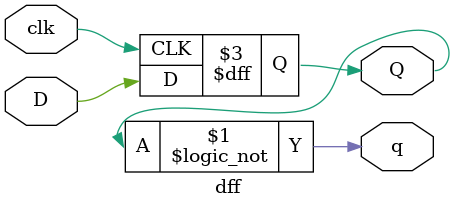
<source format=v>
module dff (
    input D,
    input clk,
    output Q,
    output q
);
    reg Q;
    assign q=!Q;
    always @(posedge clk) begin
        Q<=D;
    end
endmodule
</source>
